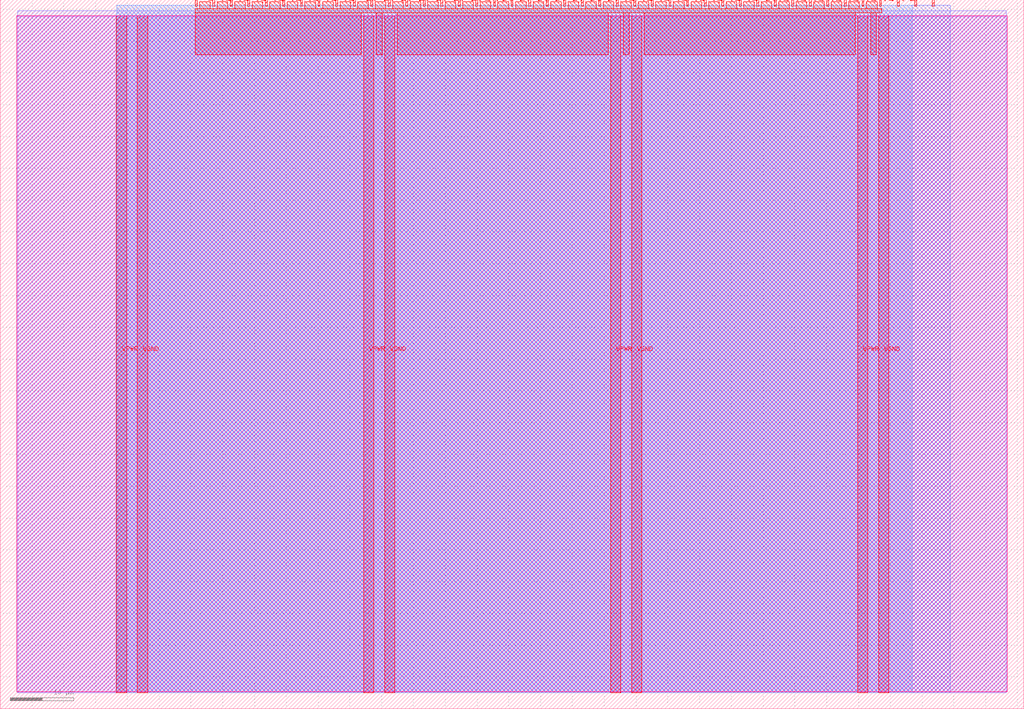
<source format=lef>
VERSION 5.7 ;
  NOWIREEXTENSIONATPIN ON ;
  DIVIDERCHAR "/" ;
  BUSBITCHARS "[]" ;
MACRO tt_um_MAC_Accelerator_OnSachinSharma
  CLASS BLOCK ;
  FOREIGN tt_um_MAC_Accelerator_OnSachinSharma ;
  ORIGIN 0.000 0.000 ;
  SIZE 161.000 BY 111.520 ;
  PIN VGND
    DIRECTION INOUT ;
    USE GROUND ;
    PORT
      LAYER met4 ;
        RECT 21.580 2.480 23.180 109.040 ;
    END
    PORT
      LAYER met4 ;
        RECT 60.450 2.480 62.050 109.040 ;
    END
    PORT
      LAYER met4 ;
        RECT 99.320 2.480 100.920 109.040 ;
    END
    PORT
      LAYER met4 ;
        RECT 138.190 2.480 139.790 109.040 ;
    END
  END VGND
  PIN VPWR
    DIRECTION INOUT ;
    USE POWER ;
    PORT
      LAYER met4 ;
        RECT 18.280 2.480 19.880 109.040 ;
    END
    PORT
      LAYER met4 ;
        RECT 57.150 2.480 58.750 109.040 ;
    END
    PORT
      LAYER met4 ;
        RECT 96.020 2.480 97.620 109.040 ;
    END
    PORT
      LAYER met4 ;
        RECT 134.890 2.480 136.490 109.040 ;
    END
  END VPWR
  PIN clk
    DIRECTION INPUT ;
    USE SIGNAL ;
    PORT
      LAYER met4 ;
        RECT 143.830 110.520 144.130 111.520 ;
    END
  END clk
  PIN ena
    DIRECTION INPUT ;
    USE SIGNAL ;
    PORT
      LAYER met4 ;
        RECT 146.590 110.520 146.890 111.520 ;
    END
  END ena
  PIN rst_n
    DIRECTION INPUT ;
    USE SIGNAL ;
    PORT
      LAYER met4 ;
        RECT 141.070 110.520 141.370 111.520 ;
    END
  END rst_n
  PIN ui_in[0]
    DIRECTION INPUT ;
    USE SIGNAL ;
    ANTENNAGATEAREA 0.196500 ;
    PORT
      LAYER met4 ;
        RECT 138.310 110.520 138.610 111.520 ;
    END
  END ui_in[0]
  PIN ui_in[1]
    DIRECTION INPUT ;
    USE SIGNAL ;
    ANTENNAGATEAREA 0.196500 ;
    PORT
      LAYER met4 ;
        RECT 135.550 110.520 135.850 111.520 ;
    END
  END ui_in[1]
  PIN ui_in[2]
    DIRECTION INPUT ;
    USE SIGNAL ;
    ANTENNAGATEAREA 0.196500 ;
    PORT
      LAYER met4 ;
        RECT 132.790 110.520 133.090 111.520 ;
    END
  END ui_in[2]
  PIN ui_in[3]
    DIRECTION INPUT ;
    USE SIGNAL ;
    ANTENNAGATEAREA 0.213000 ;
    PORT
      LAYER met4 ;
        RECT 130.030 110.520 130.330 111.520 ;
    END
  END ui_in[3]
  PIN ui_in[4]
    DIRECTION INPUT ;
    USE SIGNAL ;
    ANTENNAGATEAREA 0.213000 ;
    PORT
      LAYER met4 ;
        RECT 127.270 110.520 127.570 111.520 ;
    END
  END ui_in[4]
  PIN ui_in[5]
    DIRECTION INPUT ;
    USE SIGNAL ;
    ANTENNAGATEAREA 0.213000 ;
    PORT
      LAYER met4 ;
        RECT 124.510 110.520 124.810 111.520 ;
    END
  END ui_in[5]
  PIN ui_in[6]
    DIRECTION INPUT ;
    USE SIGNAL ;
    ANTENNAGATEAREA 0.196500 ;
    PORT
      LAYER met4 ;
        RECT 121.750 110.520 122.050 111.520 ;
    END
  END ui_in[6]
  PIN ui_in[7]
    DIRECTION INPUT ;
    USE SIGNAL ;
    ANTENNAGATEAREA 0.196500 ;
    PORT
      LAYER met4 ;
        RECT 118.990 110.520 119.290 111.520 ;
    END
  END ui_in[7]
  PIN uio_in[0]
    DIRECTION INPUT ;
    USE SIGNAL ;
    ANTENNAGATEAREA 0.196500 ;
    PORT
      LAYER met4 ;
        RECT 116.230 110.520 116.530 111.520 ;
    END
  END uio_in[0]
  PIN uio_in[1]
    DIRECTION INPUT ;
    USE SIGNAL ;
    ANTENNAGATEAREA 0.196500 ;
    PORT
      LAYER met4 ;
        RECT 113.470 110.520 113.770 111.520 ;
    END
  END uio_in[1]
  PIN uio_in[2]
    DIRECTION INPUT ;
    USE SIGNAL ;
    ANTENNAGATEAREA 0.159000 ;
    PORT
      LAYER met4 ;
        RECT 110.710 110.520 111.010 111.520 ;
    END
  END uio_in[2]
  PIN uio_in[3]
    DIRECTION INPUT ;
    USE SIGNAL ;
    ANTENNAGATEAREA 0.196500 ;
    PORT
      LAYER met4 ;
        RECT 107.950 110.520 108.250 111.520 ;
    END
  END uio_in[3]
  PIN uio_in[4]
    DIRECTION INPUT ;
    USE SIGNAL ;
    ANTENNAGATEAREA 0.213000 ;
    PORT
      LAYER met4 ;
        RECT 105.190 110.520 105.490 111.520 ;
    END
  END uio_in[4]
  PIN uio_in[5]
    DIRECTION INPUT ;
    USE SIGNAL ;
    ANTENNAGATEAREA 0.126000 ;
    PORT
      LAYER met4 ;
        RECT 102.430 110.520 102.730 111.520 ;
    END
  END uio_in[5]
  PIN uio_in[6]
    DIRECTION INPUT ;
    USE SIGNAL ;
    ANTENNAGATEAREA 0.196500 ;
    PORT
      LAYER met4 ;
        RECT 99.670 110.520 99.970 111.520 ;
    END
  END uio_in[6]
  PIN uio_in[7]
    DIRECTION INPUT ;
    USE SIGNAL ;
    ANTENNAGATEAREA 0.196500 ;
    PORT
      LAYER met4 ;
        RECT 96.910 110.520 97.210 111.520 ;
    END
  END uio_in[7]
  PIN uio_oe[0]
    DIRECTION OUTPUT ;
    USE SIGNAL ;
    PORT
      LAYER met4 ;
        RECT 49.990 110.520 50.290 111.520 ;
    END
  END uio_oe[0]
  PIN uio_oe[1]
    DIRECTION OUTPUT ;
    USE SIGNAL ;
    PORT
      LAYER met4 ;
        RECT 47.230 110.520 47.530 111.520 ;
    END
  END uio_oe[1]
  PIN uio_oe[2]
    DIRECTION OUTPUT ;
    USE SIGNAL ;
    PORT
      LAYER met4 ;
        RECT 44.470 110.520 44.770 111.520 ;
    END
  END uio_oe[2]
  PIN uio_oe[3]
    DIRECTION OUTPUT ;
    USE SIGNAL ;
    PORT
      LAYER met4 ;
        RECT 41.710 110.520 42.010 111.520 ;
    END
  END uio_oe[3]
  PIN uio_oe[4]
    DIRECTION OUTPUT ;
    USE SIGNAL ;
    PORT
      LAYER met4 ;
        RECT 38.950 110.520 39.250 111.520 ;
    END
  END uio_oe[4]
  PIN uio_oe[5]
    DIRECTION OUTPUT ;
    USE SIGNAL ;
    PORT
      LAYER met4 ;
        RECT 36.190 110.520 36.490 111.520 ;
    END
  END uio_oe[5]
  PIN uio_oe[6]
    DIRECTION OUTPUT ;
    USE SIGNAL ;
    PORT
      LAYER met4 ;
        RECT 33.430 110.520 33.730 111.520 ;
    END
  END uio_oe[6]
  PIN uio_oe[7]
    DIRECTION OUTPUT ;
    USE SIGNAL ;
    PORT
      LAYER met4 ;
        RECT 30.670 110.520 30.970 111.520 ;
    END
  END uio_oe[7]
  PIN uio_out[0]
    DIRECTION OUTPUT ;
    USE SIGNAL ;
    PORT
      LAYER met4 ;
        RECT 72.070 110.520 72.370 111.520 ;
    END
  END uio_out[0]
  PIN uio_out[1]
    DIRECTION OUTPUT ;
    USE SIGNAL ;
    PORT
      LAYER met4 ;
        RECT 69.310 110.520 69.610 111.520 ;
    END
  END uio_out[1]
  PIN uio_out[2]
    DIRECTION OUTPUT ;
    USE SIGNAL ;
    PORT
      LAYER met4 ;
        RECT 66.550 110.520 66.850 111.520 ;
    END
  END uio_out[2]
  PIN uio_out[3]
    DIRECTION OUTPUT ;
    USE SIGNAL ;
    PORT
      LAYER met4 ;
        RECT 63.790 110.520 64.090 111.520 ;
    END
  END uio_out[3]
  PIN uio_out[4]
    DIRECTION OUTPUT ;
    USE SIGNAL ;
    PORT
      LAYER met4 ;
        RECT 61.030 110.520 61.330 111.520 ;
    END
  END uio_out[4]
  PIN uio_out[5]
    DIRECTION OUTPUT ;
    USE SIGNAL ;
    PORT
      LAYER met4 ;
        RECT 58.270 110.520 58.570 111.520 ;
    END
  END uio_out[5]
  PIN uio_out[6]
    DIRECTION OUTPUT ;
    USE SIGNAL ;
    PORT
      LAYER met4 ;
        RECT 55.510 110.520 55.810 111.520 ;
    END
  END uio_out[6]
  PIN uio_out[7]
    DIRECTION OUTPUT ;
    USE SIGNAL ;
    PORT
      LAYER met4 ;
        RECT 52.750 110.520 53.050 111.520 ;
    END
  END uio_out[7]
  PIN uo_out[0]
    DIRECTION OUTPUT ;
    USE SIGNAL ;
    ANTENNAGATEAREA 0.126000 ;
    ANTENNADIFFAREA 0.643500 ;
    PORT
      LAYER met4 ;
        RECT 94.150 110.520 94.450 111.520 ;
    END
  END uo_out[0]
  PIN uo_out[1]
    DIRECTION OUTPUT ;
    USE SIGNAL ;
    ANTENNADIFFAREA 1.242000 ;
    PORT
      LAYER met4 ;
        RECT 91.390 110.520 91.690 111.520 ;
    END
  END uo_out[1]
  PIN uo_out[2]
    DIRECTION OUTPUT ;
    USE SIGNAL ;
    ANTENNADIFFAREA 0.643500 ;
    PORT
      LAYER met4 ;
        RECT 88.630 110.520 88.930 111.520 ;
    END
  END uo_out[2]
  PIN uo_out[3]
    DIRECTION OUTPUT ;
    USE SIGNAL ;
    ANTENNADIFFAREA 1.242000 ;
    PORT
      LAYER met4 ;
        RECT 85.870 110.520 86.170 111.520 ;
    END
  END uo_out[3]
  PIN uo_out[4]
    DIRECTION OUTPUT ;
    USE SIGNAL ;
    ANTENNADIFFAREA 1.242000 ;
    PORT
      LAYER met4 ;
        RECT 83.110 110.520 83.410 111.520 ;
    END
  END uo_out[4]
  PIN uo_out[5]
    DIRECTION OUTPUT ;
    USE SIGNAL ;
    ANTENNADIFFAREA 1.242000 ;
    PORT
      LAYER met4 ;
        RECT 80.350 110.520 80.650 111.520 ;
    END
  END uo_out[5]
  PIN uo_out[6]
    DIRECTION OUTPUT ;
    USE SIGNAL ;
    ANTENNADIFFAREA 1.721000 ;
    PORT
      LAYER met4 ;
        RECT 77.590 110.520 77.890 111.520 ;
    END
  END uo_out[6]
  PIN uo_out[7]
    DIRECTION OUTPUT ;
    USE SIGNAL ;
    ANTENNADIFFAREA 1.721000 ;
    PORT
      LAYER met4 ;
        RECT 74.830 110.520 75.130 111.520 ;
    END
  END uo_out[7]
  OBS
      LAYER nwell ;
        RECT 2.570 2.635 158.430 108.990 ;
      LAYER li1 ;
        RECT 2.760 2.635 158.240 108.885 ;
      LAYER met1 ;
        RECT 2.760 2.480 158.240 109.780 ;
      LAYER met2 ;
        RECT 18.310 2.535 149.400 110.685 ;
      LAYER met3 ;
        RECT 18.290 2.555 143.455 110.665 ;
      LAYER met4 ;
        RECT 31.370 110.120 33.030 111.170 ;
        RECT 34.130 110.120 35.790 111.170 ;
        RECT 36.890 110.120 38.550 111.170 ;
        RECT 39.650 110.120 41.310 111.170 ;
        RECT 42.410 110.120 44.070 111.170 ;
        RECT 45.170 110.120 46.830 111.170 ;
        RECT 47.930 110.120 49.590 111.170 ;
        RECT 50.690 110.120 52.350 111.170 ;
        RECT 53.450 110.120 55.110 111.170 ;
        RECT 56.210 110.120 57.870 111.170 ;
        RECT 58.970 110.120 60.630 111.170 ;
        RECT 61.730 110.120 63.390 111.170 ;
        RECT 64.490 110.120 66.150 111.170 ;
        RECT 67.250 110.120 68.910 111.170 ;
        RECT 70.010 110.120 71.670 111.170 ;
        RECT 72.770 110.120 74.430 111.170 ;
        RECT 75.530 110.120 77.190 111.170 ;
        RECT 78.290 110.120 79.950 111.170 ;
        RECT 81.050 110.120 82.710 111.170 ;
        RECT 83.810 110.120 85.470 111.170 ;
        RECT 86.570 110.120 88.230 111.170 ;
        RECT 89.330 110.120 90.990 111.170 ;
        RECT 92.090 110.120 93.750 111.170 ;
        RECT 94.850 110.120 96.510 111.170 ;
        RECT 97.610 110.120 99.270 111.170 ;
        RECT 100.370 110.120 102.030 111.170 ;
        RECT 103.130 110.120 104.790 111.170 ;
        RECT 105.890 110.120 107.550 111.170 ;
        RECT 108.650 110.120 110.310 111.170 ;
        RECT 111.410 110.120 113.070 111.170 ;
        RECT 114.170 110.120 115.830 111.170 ;
        RECT 116.930 110.120 118.590 111.170 ;
        RECT 119.690 110.120 121.350 111.170 ;
        RECT 122.450 110.120 124.110 111.170 ;
        RECT 125.210 110.120 126.870 111.170 ;
        RECT 127.970 110.120 129.630 111.170 ;
        RECT 130.730 110.120 132.390 111.170 ;
        RECT 133.490 110.120 135.150 111.170 ;
        RECT 136.250 110.120 137.910 111.170 ;
        RECT 30.655 109.440 138.625 110.120 ;
        RECT 30.655 102.855 56.750 109.440 ;
        RECT 59.150 102.855 60.050 109.440 ;
        RECT 62.450 102.855 95.620 109.440 ;
        RECT 98.020 102.855 98.920 109.440 ;
        RECT 101.320 102.855 134.490 109.440 ;
        RECT 136.890 102.855 137.790 109.440 ;
  END
END tt_um_MAC_Accelerator_OnSachinSharma
END LIBRARY


</source>
